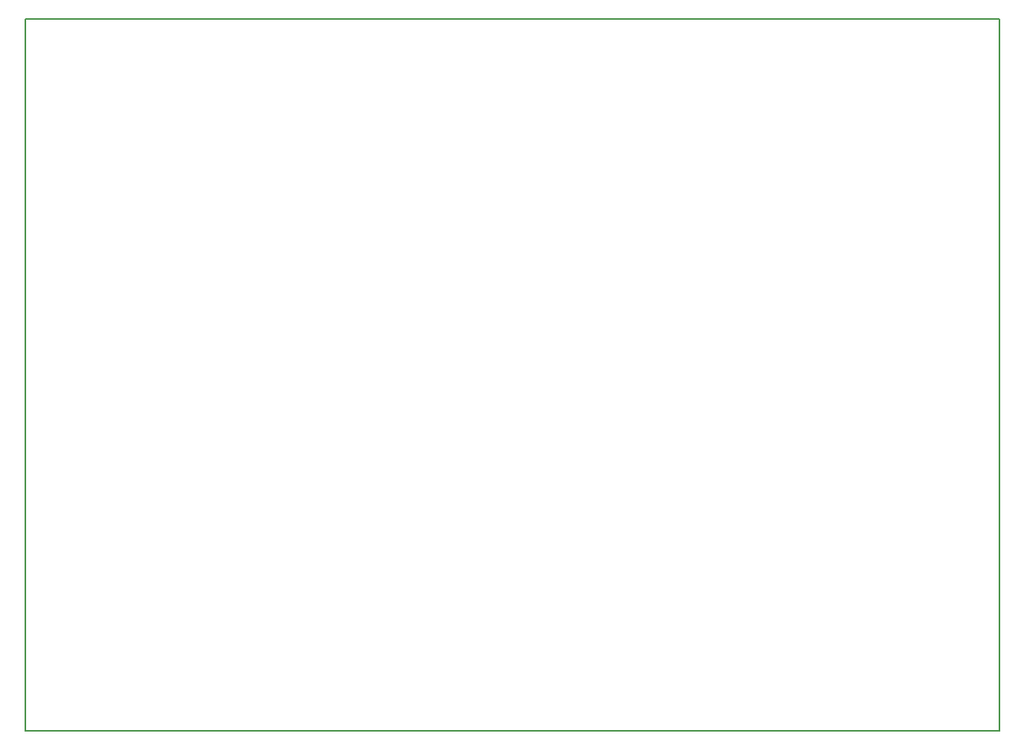
<source format=gbr>
G04 #@! TF.FileFunction,Profile,NP*
%FSLAX46Y46*%
G04 Gerber Fmt 4.6, Leading zero omitted, Abs format (unit mm)*
G04 Created by KiCad (PCBNEW 4.0.5) date 02/02/17 21:36:50*
%MOMM*%
%LPD*%
G01*
G04 APERTURE LIST*
%ADD10C,0.100000*%
%ADD11C,0.150000*%
G04 APERTURE END LIST*
D10*
D11*
X34290000Y-139700000D02*
X34290000Y-63500000D01*
X138430000Y-139700000D02*
X34290000Y-139700000D01*
X138430000Y-63500000D02*
X138430000Y-139700000D01*
X34290000Y-63500000D02*
X138430000Y-63500000D01*
M02*

</source>
